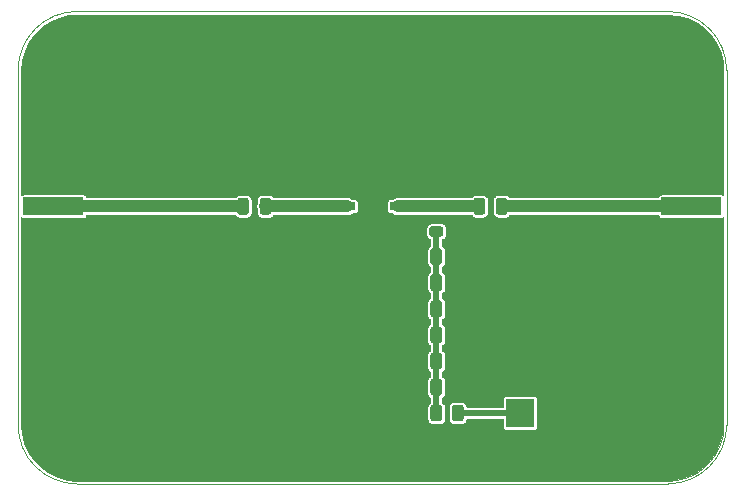
<source format=gbr>
%TF.GenerationSoftware,KiCad,Pcbnew,(5.1.8)-1*%
%TF.CreationDate,2021-02-01T22:12:43+01:00*%
%TF.ProjectId,nlb-variant,6e6c622d-7661-4726-9961-6e742e6b6963,rev?*%
%TF.SameCoordinates,Original*%
%TF.FileFunction,Copper,L1,Top*%
%TF.FilePolarity,Positive*%
%FSLAX46Y46*%
G04 Gerber Fmt 4.6, Leading zero omitted, Abs format (unit mm)*
G04 Created by KiCad (PCBNEW (5.1.8)-1) date 2021-02-01 22:12:43*
%MOMM*%
%LPD*%
G01*
G04 APERTURE LIST*
%TA.AperFunction,Profile*%
%ADD10C,0.050000*%
%TD*%
%TA.AperFunction,SMDPad,CuDef*%
%ADD11R,5.080000X1.500000*%
%TD*%
%TA.AperFunction,ComponentPad*%
%ADD12R,2.400000X2.400000*%
%TD*%
%TA.AperFunction,ComponentPad*%
%ADD13C,2.400000*%
%TD*%
%TA.AperFunction,ComponentPad*%
%ADD14C,0.800000*%
%TD*%
%TA.AperFunction,ComponentPad*%
%ADD15C,6.400000*%
%TD*%
%TA.AperFunction,SMDPad,CuDef*%
%ADD16C,0.100000*%
%TD*%
%TA.AperFunction,Conductor*%
%ADD17C,0.525491*%
%TD*%
%TA.AperFunction,Conductor*%
%ADD18C,1.045160*%
%TD*%
%TA.AperFunction,Conductor*%
%ADD19C,0.100000*%
%TD*%
G04 APERTURE END LIST*
D10*
X105000000Y-90000000D02*
G75*
G02*
X100000000Y-85000000I0J5000000D01*
G01*
X160000000Y-85000000D02*
G75*
G02*
X155000000Y-90000000I-5000000J0D01*
G01*
X155000000Y-50000000D02*
G75*
G02*
X160000000Y-55000000I0J-5000000D01*
G01*
X100000000Y-55000000D02*
G75*
G02*
X105000000Y-50000000I5000000J0D01*
G01*
X100000000Y-85000000D02*
X100000000Y-55000000D01*
X155000000Y-90000000D02*
X105000000Y-90000000D01*
X160000000Y-55000000D02*
X160000000Y-85000000D01*
X105000000Y-50000000D02*
X155000000Y-50000000D01*
D11*
%TO.P,J3,1*%
%TO.N,Net-(C8-Pad2)*%
X157000000Y-66500000D03*
%TO.P,J3,2*%
%TO.N,GND*%
X157000000Y-62250000D03*
X157000000Y-70750000D03*
%TD*%
%TO.P,J2,1*%
%TO.N,Net-(C7-Pad1)*%
X103000000Y-66500000D03*
%TO.P,J2,2*%
%TO.N,GND*%
X103000000Y-70750000D03*
X103000000Y-62250000D03*
%TD*%
%TO.P,C1,1*%
%TO.N,Net-(C1-Pad1)*%
%TA.AperFunction,SMDPad,CuDef*%
G36*
G01*
X135900000Y-81341665D02*
X135900000Y-82291665D01*
G75*
G02*
X135650000Y-82541665I-250000J0D01*
G01*
X135150000Y-82541665D01*
G75*
G02*
X134900000Y-82291665I0J250000D01*
G01*
X134900000Y-81341665D01*
G75*
G02*
X135150000Y-81091665I250000J0D01*
G01*
X135650000Y-81091665D01*
G75*
G02*
X135900000Y-81341665I0J-250000D01*
G01*
G37*
%TD.AperFunction*%
%TO.P,C1,2*%
%TO.N,GND*%
%TA.AperFunction,SMDPad,CuDef*%
G36*
G01*
X134000000Y-81341665D02*
X134000000Y-82291665D01*
G75*
G02*
X133750000Y-82541665I-250000J0D01*
G01*
X133250000Y-82541665D01*
G75*
G02*
X133000000Y-82291665I0J250000D01*
G01*
X133000000Y-81341665D01*
G75*
G02*
X133250000Y-81091665I250000J0D01*
G01*
X133750000Y-81091665D01*
G75*
G02*
X134000000Y-81341665I0J-250000D01*
G01*
G37*
%TD.AperFunction*%
%TD*%
%TO.P,C2,2*%
%TO.N,GND*%
%TA.AperFunction,SMDPad,CuDef*%
G36*
G01*
X134000000Y-79128332D02*
X134000000Y-80078332D01*
G75*
G02*
X133750000Y-80328332I-250000J0D01*
G01*
X133250000Y-80328332D01*
G75*
G02*
X133000000Y-80078332I0J250000D01*
G01*
X133000000Y-79128332D01*
G75*
G02*
X133250000Y-78878332I250000J0D01*
G01*
X133750000Y-78878332D01*
G75*
G02*
X134000000Y-79128332I0J-250000D01*
G01*
G37*
%TD.AperFunction*%
%TO.P,C2,1*%
%TO.N,Net-(C1-Pad1)*%
%TA.AperFunction,SMDPad,CuDef*%
G36*
G01*
X135900000Y-79128332D02*
X135900000Y-80078332D01*
G75*
G02*
X135650000Y-80328332I-250000J0D01*
G01*
X135150000Y-80328332D01*
G75*
G02*
X134900000Y-80078332I0J250000D01*
G01*
X134900000Y-79128332D01*
G75*
G02*
X135150000Y-78878332I250000J0D01*
G01*
X135650000Y-78878332D01*
G75*
G02*
X135900000Y-79128332I0J-250000D01*
G01*
G37*
%TD.AperFunction*%
%TD*%
%TO.P,C3,1*%
%TO.N,Net-(C1-Pad1)*%
%TA.AperFunction,SMDPad,CuDef*%
G36*
G01*
X135900000Y-76914999D02*
X135900000Y-77864999D01*
G75*
G02*
X135650000Y-78114999I-250000J0D01*
G01*
X135150000Y-78114999D01*
G75*
G02*
X134900000Y-77864999I0J250000D01*
G01*
X134900000Y-76914999D01*
G75*
G02*
X135150000Y-76664999I250000J0D01*
G01*
X135650000Y-76664999D01*
G75*
G02*
X135900000Y-76914999I0J-250000D01*
G01*
G37*
%TD.AperFunction*%
%TO.P,C3,2*%
%TO.N,GND*%
%TA.AperFunction,SMDPad,CuDef*%
G36*
G01*
X134000000Y-76914999D02*
X134000000Y-77864999D01*
G75*
G02*
X133750000Y-78114999I-250000J0D01*
G01*
X133250000Y-78114999D01*
G75*
G02*
X133000000Y-77864999I0J250000D01*
G01*
X133000000Y-76914999D01*
G75*
G02*
X133250000Y-76664999I250000J0D01*
G01*
X133750000Y-76664999D01*
G75*
G02*
X134000000Y-76914999I0J-250000D01*
G01*
G37*
%TD.AperFunction*%
%TD*%
%TO.P,C4,2*%
%TO.N,GND*%
%TA.AperFunction,SMDPad,CuDef*%
G36*
G01*
X134000000Y-74701666D02*
X134000000Y-75651666D01*
G75*
G02*
X133750000Y-75901666I-250000J0D01*
G01*
X133250000Y-75901666D01*
G75*
G02*
X133000000Y-75651666I0J250000D01*
G01*
X133000000Y-74701666D01*
G75*
G02*
X133250000Y-74451666I250000J0D01*
G01*
X133750000Y-74451666D01*
G75*
G02*
X134000000Y-74701666I0J-250000D01*
G01*
G37*
%TD.AperFunction*%
%TO.P,C4,1*%
%TO.N,Net-(C1-Pad1)*%
%TA.AperFunction,SMDPad,CuDef*%
G36*
G01*
X135900000Y-74701666D02*
X135900000Y-75651666D01*
G75*
G02*
X135650000Y-75901666I-250000J0D01*
G01*
X135150000Y-75901666D01*
G75*
G02*
X134900000Y-75651666I0J250000D01*
G01*
X134900000Y-74701666D01*
G75*
G02*
X135150000Y-74451666I250000J0D01*
G01*
X135650000Y-74451666D01*
G75*
G02*
X135900000Y-74701666I0J-250000D01*
G01*
G37*
%TD.AperFunction*%
%TD*%
%TO.P,C5,1*%
%TO.N,Net-(C1-Pad1)*%
%TA.AperFunction,SMDPad,CuDef*%
G36*
G01*
X135900000Y-72488333D02*
X135900000Y-73438333D01*
G75*
G02*
X135650000Y-73688333I-250000J0D01*
G01*
X135150000Y-73688333D01*
G75*
G02*
X134900000Y-73438333I0J250000D01*
G01*
X134900000Y-72488333D01*
G75*
G02*
X135150000Y-72238333I250000J0D01*
G01*
X135650000Y-72238333D01*
G75*
G02*
X135900000Y-72488333I0J-250000D01*
G01*
G37*
%TD.AperFunction*%
%TO.P,C5,2*%
%TO.N,GND*%
%TA.AperFunction,SMDPad,CuDef*%
G36*
G01*
X134000000Y-72488333D02*
X134000000Y-73438333D01*
G75*
G02*
X133750000Y-73688333I-250000J0D01*
G01*
X133250000Y-73688333D01*
G75*
G02*
X133000000Y-73438333I0J250000D01*
G01*
X133000000Y-72488333D01*
G75*
G02*
X133250000Y-72238333I250000J0D01*
G01*
X133750000Y-72238333D01*
G75*
G02*
X134000000Y-72488333I0J-250000D01*
G01*
G37*
%TD.AperFunction*%
%TD*%
%TO.P,C6,2*%
%TO.N,GND*%
%TA.AperFunction,SMDPad,CuDef*%
G36*
G01*
X134000000Y-70275000D02*
X134000000Y-71225000D01*
G75*
G02*
X133750000Y-71475000I-250000J0D01*
G01*
X133250000Y-71475000D01*
G75*
G02*
X133000000Y-71225000I0J250000D01*
G01*
X133000000Y-70275000D01*
G75*
G02*
X133250000Y-70025000I250000J0D01*
G01*
X133750000Y-70025000D01*
G75*
G02*
X134000000Y-70275000I0J-250000D01*
G01*
G37*
%TD.AperFunction*%
%TO.P,C6,1*%
%TO.N,Net-(C1-Pad1)*%
%TA.AperFunction,SMDPad,CuDef*%
G36*
G01*
X135900000Y-70275000D02*
X135900000Y-71225000D01*
G75*
G02*
X135650000Y-71475000I-250000J0D01*
G01*
X135150000Y-71475000D01*
G75*
G02*
X134900000Y-71225000I0J250000D01*
G01*
X134900000Y-70275000D01*
G75*
G02*
X135150000Y-70025000I250000J0D01*
G01*
X135650000Y-70025000D01*
G75*
G02*
X135900000Y-70275000I0J-250000D01*
G01*
G37*
%TD.AperFunction*%
%TD*%
%TO.P,C7,1*%
%TO.N,Net-(C7-Pad1)*%
%TA.AperFunction,SMDPad,CuDef*%
G36*
G01*
X118550000Y-66975000D02*
X118550000Y-66025000D01*
G75*
G02*
X118800000Y-65775000I250000J0D01*
G01*
X119300000Y-65775000D01*
G75*
G02*
X119550000Y-66025000I0J-250000D01*
G01*
X119550000Y-66975000D01*
G75*
G02*
X119300000Y-67225000I-250000J0D01*
G01*
X118800000Y-67225000D01*
G75*
G02*
X118550000Y-66975000I0J250000D01*
G01*
G37*
%TD.AperFunction*%
%TO.P,C7,2*%
%TO.N,Net-(C7-Pad2)*%
%TA.AperFunction,SMDPad,CuDef*%
G36*
G01*
X120450000Y-66975000D02*
X120450000Y-66025000D01*
G75*
G02*
X120700000Y-65775000I250000J0D01*
G01*
X121200000Y-65775000D01*
G75*
G02*
X121450000Y-66025000I0J-250000D01*
G01*
X121450000Y-66975000D01*
G75*
G02*
X121200000Y-67225000I-250000J0D01*
G01*
X120700000Y-67225000D01*
G75*
G02*
X120450000Y-66975000I0J250000D01*
G01*
G37*
%TD.AperFunction*%
%TD*%
%TO.P,C8,2*%
%TO.N,Net-(C8-Pad2)*%
%TA.AperFunction,SMDPad,CuDef*%
G36*
G01*
X140450000Y-66975000D02*
X140450000Y-66025000D01*
G75*
G02*
X140700000Y-65775000I250000J0D01*
G01*
X141200000Y-65775000D01*
G75*
G02*
X141450000Y-66025000I0J-250000D01*
G01*
X141450000Y-66975000D01*
G75*
G02*
X141200000Y-67225000I-250000J0D01*
G01*
X140700000Y-67225000D01*
G75*
G02*
X140450000Y-66975000I0J250000D01*
G01*
G37*
%TD.AperFunction*%
%TO.P,C8,1*%
%TO.N,Net-(C8-Pad1)*%
%TA.AperFunction,SMDPad,CuDef*%
G36*
G01*
X138550000Y-66975000D02*
X138550000Y-66025000D01*
G75*
G02*
X138800000Y-65775000I250000J0D01*
G01*
X139300000Y-65775000D01*
G75*
G02*
X139550000Y-66025000I0J-250000D01*
G01*
X139550000Y-66975000D01*
G75*
G02*
X139300000Y-67225000I-250000J0D01*
G01*
X138800000Y-67225000D01*
G75*
G02*
X138550000Y-66975000I0J250000D01*
G01*
G37*
%TD.AperFunction*%
%TD*%
D12*
%TO.P,J1,1*%
%TO.N,+5V*%
X142500000Y-84000000D03*
D13*
%TO.P,J1,2*%
%TO.N,GND*%
X146000000Y-84000000D03*
%TD*%
%TO.P,L1,1*%
%TO.N,Net-(C1-Pad1)*%
%TA.AperFunction,SMDPad,CuDef*%
G36*
G01*
X135781250Y-69062500D02*
X135018750Y-69062500D01*
G75*
G02*
X134800000Y-68843750I0J218750D01*
G01*
X134800000Y-68406250D01*
G75*
G02*
X135018750Y-68187500I218750J0D01*
G01*
X135781250Y-68187500D01*
G75*
G02*
X136000000Y-68406250I0J-218750D01*
G01*
X136000000Y-68843750D01*
G75*
G02*
X135781250Y-69062500I-218750J0D01*
G01*
G37*
%TD.AperFunction*%
%TO.P,L1,2*%
%TO.N,Net-(C8-Pad1)*%
%TA.AperFunction,SMDPad,CuDef*%
G36*
G01*
X135781250Y-66937500D02*
X135018750Y-66937500D01*
G75*
G02*
X134800000Y-66718750I0J218750D01*
G01*
X134800000Y-66281250D01*
G75*
G02*
X135018750Y-66062500I218750J0D01*
G01*
X135781250Y-66062500D01*
G75*
G02*
X136000000Y-66281250I0J-218750D01*
G01*
X136000000Y-66718750D01*
G75*
G02*
X135781250Y-66937500I-218750J0D01*
G01*
G37*
%TD.AperFunction*%
%TD*%
D14*
%TO.P,H1,1*%
%TO.N,GND*%
X107697056Y-54302944D03*
X106000000Y-53600000D03*
X104302944Y-54302944D03*
X103600000Y-56000000D03*
X104302944Y-57697056D03*
X106000000Y-58400000D03*
X107697056Y-57697056D03*
X108400000Y-56000000D03*
D15*
X106000000Y-56000000D03*
%TD*%
%TO.P,H2,1*%
%TO.N,GND*%
X154000000Y-56000000D03*
D14*
X156400000Y-56000000D03*
X155697056Y-57697056D03*
X154000000Y-58400000D03*
X152302944Y-57697056D03*
X151600000Y-56000000D03*
X152302944Y-54302944D03*
X154000000Y-53600000D03*
X155697056Y-54302944D03*
%TD*%
%TO.P,H3,1*%
%TO.N,GND*%
X107697056Y-82302944D03*
X106000000Y-81600000D03*
X104302944Y-82302944D03*
X103600000Y-84000000D03*
X104302944Y-85697056D03*
X106000000Y-86400000D03*
X107697056Y-85697056D03*
X108400000Y-84000000D03*
D15*
X106000000Y-84000000D03*
%TD*%
%TO.P,H4,1*%
%TO.N,GND*%
X154000000Y-84000000D03*
D14*
X156400000Y-84000000D03*
X155697056Y-85697056D03*
X154000000Y-86400000D03*
X152302944Y-85697056D03*
X151600000Y-84000000D03*
X152302944Y-82302944D03*
X154000000Y-81600000D03*
X155697056Y-82302944D03*
%TD*%
%TO.P,R1,1*%
%TO.N,+5V*%
%TA.AperFunction,SMDPad,CuDef*%
G36*
G01*
X137737500Y-83549999D02*
X137737500Y-84450001D01*
G75*
G02*
X137487501Y-84700000I-249999J0D01*
G01*
X136962499Y-84700000D01*
G75*
G02*
X136712500Y-84450001I0J249999D01*
G01*
X136712500Y-83549999D01*
G75*
G02*
X136962499Y-83300000I249999J0D01*
G01*
X137487501Y-83300000D01*
G75*
G02*
X137737500Y-83549999I0J-249999D01*
G01*
G37*
%TD.AperFunction*%
%TO.P,R1,2*%
%TO.N,Net-(C1-Pad1)*%
%TA.AperFunction,SMDPad,CuDef*%
G36*
G01*
X135912500Y-83549999D02*
X135912500Y-84450001D01*
G75*
G02*
X135662501Y-84700000I-249999J0D01*
G01*
X135137499Y-84700000D01*
G75*
G02*
X134887500Y-84450001I0J249999D01*
G01*
X134887500Y-83549999D01*
G75*
G02*
X135137499Y-83300000I249999J0D01*
G01*
X135662501Y-83300000D01*
G75*
G02*
X135912500Y-83549999I0J-249999D01*
G01*
G37*
%TD.AperFunction*%
%TD*%
%TA.AperFunction,SMDPad,CuDef*%
D16*
%TO.P,U1,1*%
%TO.N,Net-(C7-Pad2)*%
G36*
X128500000Y-66150000D02*
G01*
X128500000Y-66850000D01*
X127200000Y-66850000D01*
X127200000Y-66150000D01*
X128500000Y-66150000D01*
G37*
%TD.AperFunction*%
%TA.AperFunction,SMDPad,CuDef*%
%TO.P,U1,3*%
%TO.N,Net-(C8-Pad1)*%
G36*
X132800000Y-66150000D02*
G01*
X132800000Y-66850000D01*
X131500000Y-66850000D01*
X131500000Y-66150000D01*
X132800000Y-66150000D01*
G37*
%TD.AperFunction*%
%TA.AperFunction,SMDPad,CuDef*%
%TO.P,U1,2*%
%TO.N,GND*%
G36*
X130600000Y-68000000D02*
G01*
X130600000Y-69400000D01*
X129400000Y-69400000D01*
X129400000Y-68000000D01*
X130600000Y-68000000D01*
G37*
%TD.AperFunction*%
%TA.AperFunction,SMDPad,CuDef*%
%TO.P,U1,4*%
G36*
X130600000Y-63600000D02*
G01*
X130600000Y-65000000D01*
X129400000Y-65000000D01*
X129400000Y-63600000D01*
X130600000Y-63600000D01*
G37*
%TD.AperFunction*%
%TD*%
D17*
%TO.N,+5V*%
X142500000Y-84000000D02*
X137225000Y-84000000D01*
D18*
%TO.N,Net-(C7-Pad1)*%
X119050000Y-66500000D02*
X103000000Y-66500000D01*
%TO.N,Net-(C7-Pad2)*%
X120950000Y-66500000D02*
X127850000Y-66500000D01*
%TO.N,Net-(C8-Pad2)*%
X140950000Y-66500000D02*
X157000000Y-66500000D01*
%TO.N,Net-(C8-Pad1)*%
X132150000Y-66500000D02*
X139050000Y-66500000D01*
D17*
%TO.N,Net-(C1-Pad1)*%
X135400000Y-68625000D02*
X135400000Y-84000000D01*
%TD*%
D19*
%TO.N,GND*%
X155836532Y-50350751D02*
X156646620Y-50572367D01*
X157404665Y-50933935D01*
X158086698Y-51424026D01*
X158671164Y-52027148D01*
X159139590Y-52724240D01*
X159477168Y-53493261D01*
X159673740Y-54312038D01*
X159725000Y-55010078D01*
X159725000Y-65581347D01*
X159717632Y-65572368D01*
X159679564Y-65541127D01*
X159636134Y-65517913D01*
X159589008Y-65503618D01*
X159540000Y-65498791D01*
X154460000Y-65498791D01*
X154410992Y-65503618D01*
X154363866Y-65517913D01*
X154320436Y-65541127D01*
X154282368Y-65572368D01*
X154251127Y-65610436D01*
X154227913Y-65653866D01*
X154213618Y-65700992D01*
X154211015Y-65727420D01*
X141601046Y-65727420D01*
X141554408Y-65670592D01*
X141478457Y-65608260D01*
X141391804Y-65561943D01*
X141297781Y-65533422D01*
X141200000Y-65523791D01*
X140700000Y-65523791D01*
X140602219Y-65533422D01*
X140508196Y-65561943D01*
X140421543Y-65608260D01*
X140345592Y-65670592D01*
X140283260Y-65746543D01*
X140236943Y-65833196D01*
X140208422Y-65927219D01*
X140198791Y-66025000D01*
X140198791Y-66314949D01*
X140188599Y-66348548D01*
X140173682Y-66500000D01*
X140188599Y-66651452D01*
X140198791Y-66685051D01*
X140198791Y-66975000D01*
X140208422Y-67072781D01*
X140236943Y-67166804D01*
X140283260Y-67253457D01*
X140345592Y-67329408D01*
X140421543Y-67391740D01*
X140508196Y-67438057D01*
X140602219Y-67466578D01*
X140700000Y-67476209D01*
X141200000Y-67476209D01*
X141297781Y-67466578D01*
X141391804Y-67438057D01*
X141478457Y-67391740D01*
X141554408Y-67329408D01*
X141601046Y-67272580D01*
X154211015Y-67272580D01*
X154213618Y-67299008D01*
X154227913Y-67346134D01*
X154251127Y-67389564D01*
X154282368Y-67427632D01*
X154320436Y-67458873D01*
X154363866Y-67482087D01*
X154410992Y-67496382D01*
X154460000Y-67501209D01*
X159540000Y-67501209D01*
X159589008Y-67496382D01*
X159636134Y-67482087D01*
X159679564Y-67458873D01*
X159717632Y-67427632D01*
X159725000Y-67418653D01*
X159725001Y-84987745D01*
X159649249Y-85836532D01*
X159427633Y-86646621D01*
X159066065Y-87404665D01*
X158575974Y-88086698D01*
X157972853Y-88671164D01*
X157275756Y-89139592D01*
X156506736Y-89477169D01*
X155687967Y-89673738D01*
X154989923Y-89725000D01*
X105012244Y-89725000D01*
X104163468Y-89649249D01*
X103353379Y-89427633D01*
X102595335Y-89066065D01*
X101913302Y-88575974D01*
X101328836Y-87972853D01*
X100860408Y-87275756D01*
X100522831Y-86506736D01*
X100326262Y-85687967D01*
X100275000Y-84989923D01*
X100275000Y-68406250D01*
X134548791Y-68406250D01*
X134548791Y-68843750D01*
X134557821Y-68935434D01*
X134584564Y-69023596D01*
X134627993Y-69104845D01*
X134686439Y-69176061D01*
X134757655Y-69234507D01*
X134838904Y-69277936D01*
X134887255Y-69292603D01*
X134887255Y-69849862D01*
X134871543Y-69858260D01*
X134795592Y-69920592D01*
X134733260Y-69996543D01*
X134686943Y-70083196D01*
X134658422Y-70177219D01*
X134648791Y-70275000D01*
X134648791Y-71225000D01*
X134658422Y-71322781D01*
X134686943Y-71416804D01*
X134733260Y-71503457D01*
X134795592Y-71579408D01*
X134871543Y-71641740D01*
X134887255Y-71650138D01*
X134887255Y-72063195D01*
X134871543Y-72071593D01*
X134795592Y-72133925D01*
X134733260Y-72209876D01*
X134686943Y-72296529D01*
X134658422Y-72390552D01*
X134648791Y-72488333D01*
X134648791Y-73438333D01*
X134658422Y-73536114D01*
X134686943Y-73630137D01*
X134733260Y-73716790D01*
X134795592Y-73792741D01*
X134871543Y-73855073D01*
X134887255Y-73863471D01*
X134887255Y-74276528D01*
X134871543Y-74284926D01*
X134795592Y-74347258D01*
X134733260Y-74423209D01*
X134686943Y-74509862D01*
X134658422Y-74603885D01*
X134648791Y-74701666D01*
X134648791Y-75651666D01*
X134658422Y-75749447D01*
X134686943Y-75843470D01*
X134733260Y-75930123D01*
X134795592Y-76006074D01*
X134871543Y-76068406D01*
X134887255Y-76076804D01*
X134887256Y-76489860D01*
X134871543Y-76498259D01*
X134795592Y-76560591D01*
X134733260Y-76636542D01*
X134686943Y-76723195D01*
X134658422Y-76817218D01*
X134648791Y-76914999D01*
X134648791Y-77864999D01*
X134658422Y-77962780D01*
X134686943Y-78056803D01*
X134733260Y-78143456D01*
X134795592Y-78219407D01*
X134871543Y-78281739D01*
X134887256Y-78290138D01*
X134887256Y-78703193D01*
X134871543Y-78711592D01*
X134795592Y-78773924D01*
X134733260Y-78849875D01*
X134686943Y-78936528D01*
X134658422Y-79030551D01*
X134648791Y-79128332D01*
X134648791Y-80078332D01*
X134658422Y-80176113D01*
X134686943Y-80270136D01*
X134733260Y-80356789D01*
X134795592Y-80432740D01*
X134871543Y-80495072D01*
X134887256Y-80503471D01*
X134887256Y-80916526D01*
X134871543Y-80924925D01*
X134795592Y-80987257D01*
X134733260Y-81063208D01*
X134686943Y-81149861D01*
X134658422Y-81243884D01*
X134648791Y-81341665D01*
X134648791Y-82291665D01*
X134658422Y-82389446D01*
X134686943Y-82483469D01*
X134733260Y-82570122D01*
X134795592Y-82646073D01*
X134871543Y-82708405D01*
X134887256Y-82716804D01*
X134887256Y-83118180D01*
X134859043Y-83133260D01*
X134783091Y-83195591D01*
X134720760Y-83271543D01*
X134674443Y-83358195D01*
X134645922Y-83452218D01*
X134636291Y-83549999D01*
X134636291Y-84450001D01*
X134645922Y-84547782D01*
X134674443Y-84641805D01*
X134720760Y-84728457D01*
X134783091Y-84804409D01*
X134859043Y-84866740D01*
X134945695Y-84913057D01*
X135039718Y-84941578D01*
X135137499Y-84951209D01*
X135662501Y-84951209D01*
X135760282Y-84941578D01*
X135854305Y-84913057D01*
X135940957Y-84866740D01*
X136016909Y-84804409D01*
X136079240Y-84728457D01*
X136125557Y-84641805D01*
X136154078Y-84547782D01*
X136163709Y-84450001D01*
X136163709Y-83549999D01*
X136461291Y-83549999D01*
X136461291Y-84450001D01*
X136470922Y-84547782D01*
X136499443Y-84641805D01*
X136545760Y-84728457D01*
X136608091Y-84804409D01*
X136684043Y-84866740D01*
X136770695Y-84913057D01*
X136864718Y-84941578D01*
X136962499Y-84951209D01*
X137487501Y-84951209D01*
X137585282Y-84941578D01*
X137679305Y-84913057D01*
X137765957Y-84866740D01*
X137841909Y-84804409D01*
X137904240Y-84728457D01*
X137950557Y-84641805D01*
X137979078Y-84547782D01*
X137982529Y-84512745D01*
X141048791Y-84512745D01*
X141048791Y-85200000D01*
X141053618Y-85249008D01*
X141067913Y-85296134D01*
X141091127Y-85339564D01*
X141122368Y-85377632D01*
X141160436Y-85408873D01*
X141203866Y-85432087D01*
X141250992Y-85446382D01*
X141300000Y-85451209D01*
X143700000Y-85451209D01*
X143749008Y-85446382D01*
X143796134Y-85432087D01*
X143839564Y-85408873D01*
X143877632Y-85377632D01*
X143908873Y-85339564D01*
X143932087Y-85296134D01*
X143946382Y-85249008D01*
X143951209Y-85200000D01*
X143951209Y-82800000D01*
X143946382Y-82750992D01*
X143932087Y-82703866D01*
X143908873Y-82660436D01*
X143877632Y-82622368D01*
X143839564Y-82591127D01*
X143796134Y-82567913D01*
X143749008Y-82553618D01*
X143700000Y-82548791D01*
X141300000Y-82548791D01*
X141250992Y-82553618D01*
X141203866Y-82567913D01*
X141160436Y-82591127D01*
X141122368Y-82622368D01*
X141091127Y-82660436D01*
X141067913Y-82703866D01*
X141053618Y-82750992D01*
X141048791Y-82800000D01*
X141048791Y-83487255D01*
X137982529Y-83487255D01*
X137979078Y-83452218D01*
X137950557Y-83358195D01*
X137904240Y-83271543D01*
X137841909Y-83195591D01*
X137765957Y-83133260D01*
X137679305Y-83086943D01*
X137585282Y-83058422D01*
X137487501Y-83048791D01*
X136962499Y-83048791D01*
X136864718Y-83058422D01*
X136770695Y-83086943D01*
X136684043Y-83133260D01*
X136608091Y-83195591D01*
X136545760Y-83271543D01*
X136499443Y-83358195D01*
X136470922Y-83452218D01*
X136461291Y-83549999D01*
X136163709Y-83549999D01*
X136154078Y-83452218D01*
X136125557Y-83358195D01*
X136079240Y-83271543D01*
X136016909Y-83195591D01*
X135940957Y-83133260D01*
X135912745Y-83118180D01*
X135912745Y-82716803D01*
X135928457Y-82708405D01*
X136004408Y-82646073D01*
X136066740Y-82570122D01*
X136113057Y-82483469D01*
X136141578Y-82389446D01*
X136151209Y-82291665D01*
X136151209Y-81341665D01*
X136141578Y-81243884D01*
X136113057Y-81149861D01*
X136066740Y-81063208D01*
X136004408Y-80987257D01*
X135928457Y-80924925D01*
X135912745Y-80916527D01*
X135912745Y-80503470D01*
X135928457Y-80495072D01*
X136004408Y-80432740D01*
X136066740Y-80356789D01*
X136113057Y-80270136D01*
X136141578Y-80176113D01*
X136151209Y-80078332D01*
X136151209Y-79128332D01*
X136141578Y-79030551D01*
X136113057Y-78936528D01*
X136066740Y-78849875D01*
X136004408Y-78773924D01*
X135928457Y-78711592D01*
X135912745Y-78703194D01*
X135912745Y-78290137D01*
X135928457Y-78281739D01*
X136004408Y-78219407D01*
X136066740Y-78143456D01*
X136113057Y-78056803D01*
X136141578Y-77962780D01*
X136151209Y-77864999D01*
X136151209Y-76914999D01*
X136141578Y-76817218D01*
X136113057Y-76723195D01*
X136066740Y-76636542D01*
X136004408Y-76560591D01*
X135928457Y-76498259D01*
X135912745Y-76489861D01*
X135912745Y-76076804D01*
X135928457Y-76068406D01*
X136004408Y-76006074D01*
X136066740Y-75930123D01*
X136113057Y-75843470D01*
X136141578Y-75749447D01*
X136151209Y-75651666D01*
X136151209Y-74701666D01*
X136141578Y-74603885D01*
X136113057Y-74509862D01*
X136066740Y-74423209D01*
X136004408Y-74347258D01*
X135928457Y-74284926D01*
X135912745Y-74276528D01*
X135912745Y-73863471D01*
X135928457Y-73855073D01*
X136004408Y-73792741D01*
X136066740Y-73716790D01*
X136113057Y-73630137D01*
X136141578Y-73536114D01*
X136151209Y-73438333D01*
X136151209Y-72488333D01*
X136141578Y-72390552D01*
X136113057Y-72296529D01*
X136066740Y-72209876D01*
X136004408Y-72133925D01*
X135928457Y-72071593D01*
X135912745Y-72063195D01*
X135912745Y-71650138D01*
X135928457Y-71641740D01*
X136004408Y-71579408D01*
X136066740Y-71503457D01*
X136113057Y-71416804D01*
X136141578Y-71322781D01*
X136151209Y-71225000D01*
X136151209Y-70275000D01*
X136141578Y-70177219D01*
X136113057Y-70083196D01*
X136066740Y-69996543D01*
X136004408Y-69920592D01*
X135928457Y-69858260D01*
X135912745Y-69849862D01*
X135912745Y-69292603D01*
X135961096Y-69277936D01*
X136042345Y-69234507D01*
X136113561Y-69176061D01*
X136172007Y-69104845D01*
X136215436Y-69023596D01*
X136242179Y-68935434D01*
X136251209Y-68843750D01*
X136251209Y-68406250D01*
X136242179Y-68314566D01*
X136215436Y-68226404D01*
X136172007Y-68145155D01*
X136113561Y-68073939D01*
X136042345Y-68015493D01*
X135961096Y-67972064D01*
X135872934Y-67945321D01*
X135781250Y-67936291D01*
X135018750Y-67936291D01*
X134927066Y-67945321D01*
X134838904Y-67972064D01*
X134757655Y-68015493D01*
X134686439Y-68073939D01*
X134627993Y-68145155D01*
X134584564Y-68226404D01*
X134557821Y-68314566D01*
X134548791Y-68406250D01*
X100275000Y-68406250D01*
X100275000Y-67418654D01*
X100282368Y-67427632D01*
X100320436Y-67458873D01*
X100363866Y-67482087D01*
X100410992Y-67496382D01*
X100460000Y-67501209D01*
X105540000Y-67501209D01*
X105589008Y-67496382D01*
X105636134Y-67482087D01*
X105679564Y-67458873D01*
X105717632Y-67427632D01*
X105748873Y-67389564D01*
X105772087Y-67346134D01*
X105786382Y-67299008D01*
X105788985Y-67272580D01*
X118398954Y-67272580D01*
X118445592Y-67329408D01*
X118521543Y-67391740D01*
X118608196Y-67438057D01*
X118702219Y-67466578D01*
X118800000Y-67476209D01*
X119300000Y-67476209D01*
X119397781Y-67466578D01*
X119491804Y-67438057D01*
X119578457Y-67391740D01*
X119654408Y-67329408D01*
X119716740Y-67253457D01*
X119763057Y-67166804D01*
X119791578Y-67072781D01*
X119801209Y-66975000D01*
X119801209Y-66685051D01*
X119811401Y-66651452D01*
X119826318Y-66500000D01*
X120173682Y-66500000D01*
X120188599Y-66651452D01*
X120198791Y-66685051D01*
X120198791Y-66975000D01*
X120208422Y-67072781D01*
X120236943Y-67166804D01*
X120283260Y-67253457D01*
X120345592Y-67329408D01*
X120421543Y-67391740D01*
X120508196Y-67438057D01*
X120602219Y-67466578D01*
X120700000Y-67476209D01*
X121200000Y-67476209D01*
X121297781Y-67466578D01*
X121391804Y-67438057D01*
X121478457Y-67391740D01*
X121554408Y-67329408D01*
X121601046Y-67272580D01*
X127887952Y-67272580D01*
X128001452Y-67261401D01*
X128147084Y-67217224D01*
X128281299Y-67145485D01*
X128335250Y-67101209D01*
X128500000Y-67101209D01*
X128549008Y-67096382D01*
X128596134Y-67082087D01*
X128639564Y-67058873D01*
X128677632Y-67027632D01*
X128708873Y-66989564D01*
X128732087Y-66946134D01*
X128746382Y-66899008D01*
X128751209Y-66850000D01*
X128751209Y-66150000D01*
X131248791Y-66150000D01*
X131248791Y-66850000D01*
X131253618Y-66899008D01*
X131267913Y-66946134D01*
X131291127Y-66989564D01*
X131322368Y-67027632D01*
X131360436Y-67058873D01*
X131403866Y-67082087D01*
X131450992Y-67096382D01*
X131500000Y-67101209D01*
X131664750Y-67101209D01*
X131718701Y-67145485D01*
X131852916Y-67217224D01*
X131998548Y-67261401D01*
X132112048Y-67272580D01*
X138398954Y-67272580D01*
X138445592Y-67329408D01*
X138521543Y-67391740D01*
X138608196Y-67438057D01*
X138702219Y-67466578D01*
X138800000Y-67476209D01*
X139300000Y-67476209D01*
X139397781Y-67466578D01*
X139491804Y-67438057D01*
X139578457Y-67391740D01*
X139654408Y-67329408D01*
X139716740Y-67253457D01*
X139763057Y-67166804D01*
X139791578Y-67072781D01*
X139801209Y-66975000D01*
X139801209Y-66685051D01*
X139811401Y-66651452D01*
X139826318Y-66500000D01*
X139811401Y-66348548D01*
X139801209Y-66314949D01*
X139801209Y-66025000D01*
X139791578Y-65927219D01*
X139763057Y-65833196D01*
X139716740Y-65746543D01*
X139654408Y-65670592D01*
X139578457Y-65608260D01*
X139491804Y-65561943D01*
X139397781Y-65533422D01*
X139300000Y-65523791D01*
X138800000Y-65523791D01*
X138702219Y-65533422D01*
X138608196Y-65561943D01*
X138521543Y-65608260D01*
X138445592Y-65670592D01*
X138398954Y-65727420D01*
X132112048Y-65727420D01*
X131998548Y-65738599D01*
X131852916Y-65782776D01*
X131718701Y-65854515D01*
X131664750Y-65898791D01*
X131500000Y-65898791D01*
X131450992Y-65903618D01*
X131403866Y-65917913D01*
X131360436Y-65941127D01*
X131322368Y-65972368D01*
X131291127Y-66010436D01*
X131267913Y-66053866D01*
X131253618Y-66100992D01*
X131248791Y-66150000D01*
X128751209Y-66150000D01*
X128746382Y-66100992D01*
X128732087Y-66053866D01*
X128708873Y-66010436D01*
X128677632Y-65972368D01*
X128639564Y-65941127D01*
X128596134Y-65917913D01*
X128549008Y-65903618D01*
X128500000Y-65898791D01*
X128335250Y-65898791D01*
X128281299Y-65854515D01*
X128147084Y-65782776D01*
X128001452Y-65738599D01*
X127887952Y-65727420D01*
X121601046Y-65727420D01*
X121554408Y-65670592D01*
X121478457Y-65608260D01*
X121391804Y-65561943D01*
X121297781Y-65533422D01*
X121200000Y-65523791D01*
X120700000Y-65523791D01*
X120602219Y-65533422D01*
X120508196Y-65561943D01*
X120421543Y-65608260D01*
X120345592Y-65670592D01*
X120283260Y-65746543D01*
X120236943Y-65833196D01*
X120208422Y-65927219D01*
X120198791Y-66025000D01*
X120198791Y-66314949D01*
X120188599Y-66348548D01*
X120173682Y-66500000D01*
X119826318Y-66500000D01*
X119811401Y-66348548D01*
X119801209Y-66314949D01*
X119801209Y-66025000D01*
X119791578Y-65927219D01*
X119763057Y-65833196D01*
X119716740Y-65746543D01*
X119654408Y-65670592D01*
X119578457Y-65608260D01*
X119491804Y-65561943D01*
X119397781Y-65533422D01*
X119300000Y-65523791D01*
X118800000Y-65523791D01*
X118702219Y-65533422D01*
X118608196Y-65561943D01*
X118521543Y-65608260D01*
X118445592Y-65670592D01*
X118398954Y-65727420D01*
X105788985Y-65727420D01*
X105786382Y-65700992D01*
X105772087Y-65653866D01*
X105748873Y-65610436D01*
X105717632Y-65572368D01*
X105679564Y-65541127D01*
X105636134Y-65517913D01*
X105589008Y-65503618D01*
X105540000Y-65498791D01*
X100460000Y-65498791D01*
X100410992Y-65503618D01*
X100363866Y-65517913D01*
X100320436Y-65541127D01*
X100282368Y-65572368D01*
X100275000Y-65581346D01*
X100275000Y-55012244D01*
X100350751Y-54163468D01*
X100572367Y-53353380D01*
X100933935Y-52595335D01*
X101424026Y-51913302D01*
X102027148Y-51328836D01*
X102724240Y-50860410D01*
X103493261Y-50522832D01*
X104312038Y-50326260D01*
X105010078Y-50275000D01*
X154987756Y-50275000D01*
X155836532Y-50350751D01*
%TA.AperFunction,Conductor*%
G36*
X155836532Y-50350751D02*
G01*
X156646620Y-50572367D01*
X157404665Y-50933935D01*
X158086698Y-51424026D01*
X158671164Y-52027148D01*
X159139590Y-52724240D01*
X159477168Y-53493261D01*
X159673740Y-54312038D01*
X159725000Y-55010078D01*
X159725000Y-65581347D01*
X159717632Y-65572368D01*
X159679564Y-65541127D01*
X159636134Y-65517913D01*
X159589008Y-65503618D01*
X159540000Y-65498791D01*
X154460000Y-65498791D01*
X154410992Y-65503618D01*
X154363866Y-65517913D01*
X154320436Y-65541127D01*
X154282368Y-65572368D01*
X154251127Y-65610436D01*
X154227913Y-65653866D01*
X154213618Y-65700992D01*
X154211015Y-65727420D01*
X141601046Y-65727420D01*
X141554408Y-65670592D01*
X141478457Y-65608260D01*
X141391804Y-65561943D01*
X141297781Y-65533422D01*
X141200000Y-65523791D01*
X140700000Y-65523791D01*
X140602219Y-65533422D01*
X140508196Y-65561943D01*
X140421543Y-65608260D01*
X140345592Y-65670592D01*
X140283260Y-65746543D01*
X140236943Y-65833196D01*
X140208422Y-65927219D01*
X140198791Y-66025000D01*
X140198791Y-66314949D01*
X140188599Y-66348548D01*
X140173682Y-66500000D01*
X140188599Y-66651452D01*
X140198791Y-66685051D01*
X140198791Y-66975000D01*
X140208422Y-67072781D01*
X140236943Y-67166804D01*
X140283260Y-67253457D01*
X140345592Y-67329408D01*
X140421543Y-67391740D01*
X140508196Y-67438057D01*
X140602219Y-67466578D01*
X140700000Y-67476209D01*
X141200000Y-67476209D01*
X141297781Y-67466578D01*
X141391804Y-67438057D01*
X141478457Y-67391740D01*
X141554408Y-67329408D01*
X141601046Y-67272580D01*
X154211015Y-67272580D01*
X154213618Y-67299008D01*
X154227913Y-67346134D01*
X154251127Y-67389564D01*
X154282368Y-67427632D01*
X154320436Y-67458873D01*
X154363866Y-67482087D01*
X154410992Y-67496382D01*
X154460000Y-67501209D01*
X159540000Y-67501209D01*
X159589008Y-67496382D01*
X159636134Y-67482087D01*
X159679564Y-67458873D01*
X159717632Y-67427632D01*
X159725000Y-67418653D01*
X159725001Y-84987745D01*
X159649249Y-85836532D01*
X159427633Y-86646621D01*
X159066065Y-87404665D01*
X158575974Y-88086698D01*
X157972853Y-88671164D01*
X157275756Y-89139592D01*
X156506736Y-89477169D01*
X155687967Y-89673738D01*
X154989923Y-89725000D01*
X105012244Y-89725000D01*
X104163468Y-89649249D01*
X103353379Y-89427633D01*
X102595335Y-89066065D01*
X101913302Y-88575974D01*
X101328836Y-87972853D01*
X100860408Y-87275756D01*
X100522831Y-86506736D01*
X100326262Y-85687967D01*
X100275000Y-84989923D01*
X100275000Y-68406250D01*
X134548791Y-68406250D01*
X134548791Y-68843750D01*
X134557821Y-68935434D01*
X134584564Y-69023596D01*
X134627993Y-69104845D01*
X134686439Y-69176061D01*
X134757655Y-69234507D01*
X134838904Y-69277936D01*
X134887255Y-69292603D01*
X134887255Y-69849862D01*
X134871543Y-69858260D01*
X134795592Y-69920592D01*
X134733260Y-69996543D01*
X134686943Y-70083196D01*
X134658422Y-70177219D01*
X134648791Y-70275000D01*
X134648791Y-71225000D01*
X134658422Y-71322781D01*
X134686943Y-71416804D01*
X134733260Y-71503457D01*
X134795592Y-71579408D01*
X134871543Y-71641740D01*
X134887255Y-71650138D01*
X134887255Y-72063195D01*
X134871543Y-72071593D01*
X134795592Y-72133925D01*
X134733260Y-72209876D01*
X134686943Y-72296529D01*
X134658422Y-72390552D01*
X134648791Y-72488333D01*
X134648791Y-73438333D01*
X134658422Y-73536114D01*
X134686943Y-73630137D01*
X134733260Y-73716790D01*
X134795592Y-73792741D01*
X134871543Y-73855073D01*
X134887255Y-73863471D01*
X134887255Y-74276528D01*
X134871543Y-74284926D01*
X134795592Y-74347258D01*
X134733260Y-74423209D01*
X134686943Y-74509862D01*
X134658422Y-74603885D01*
X134648791Y-74701666D01*
X134648791Y-75651666D01*
X134658422Y-75749447D01*
X134686943Y-75843470D01*
X134733260Y-75930123D01*
X134795592Y-76006074D01*
X134871543Y-76068406D01*
X134887255Y-76076804D01*
X134887256Y-76489860D01*
X134871543Y-76498259D01*
X134795592Y-76560591D01*
X134733260Y-76636542D01*
X134686943Y-76723195D01*
X134658422Y-76817218D01*
X134648791Y-76914999D01*
X134648791Y-77864999D01*
X134658422Y-77962780D01*
X134686943Y-78056803D01*
X134733260Y-78143456D01*
X134795592Y-78219407D01*
X134871543Y-78281739D01*
X134887256Y-78290138D01*
X134887256Y-78703193D01*
X134871543Y-78711592D01*
X134795592Y-78773924D01*
X134733260Y-78849875D01*
X134686943Y-78936528D01*
X134658422Y-79030551D01*
X134648791Y-79128332D01*
X134648791Y-80078332D01*
X134658422Y-80176113D01*
X134686943Y-80270136D01*
X134733260Y-80356789D01*
X134795592Y-80432740D01*
X134871543Y-80495072D01*
X134887256Y-80503471D01*
X134887256Y-80916526D01*
X134871543Y-80924925D01*
X134795592Y-80987257D01*
X134733260Y-81063208D01*
X134686943Y-81149861D01*
X134658422Y-81243884D01*
X134648791Y-81341665D01*
X134648791Y-82291665D01*
X134658422Y-82389446D01*
X134686943Y-82483469D01*
X134733260Y-82570122D01*
X134795592Y-82646073D01*
X134871543Y-82708405D01*
X134887256Y-82716804D01*
X134887256Y-83118180D01*
X134859043Y-83133260D01*
X134783091Y-83195591D01*
X134720760Y-83271543D01*
X134674443Y-83358195D01*
X134645922Y-83452218D01*
X134636291Y-83549999D01*
X134636291Y-84450001D01*
X134645922Y-84547782D01*
X134674443Y-84641805D01*
X134720760Y-84728457D01*
X134783091Y-84804409D01*
X134859043Y-84866740D01*
X134945695Y-84913057D01*
X135039718Y-84941578D01*
X135137499Y-84951209D01*
X135662501Y-84951209D01*
X135760282Y-84941578D01*
X135854305Y-84913057D01*
X135940957Y-84866740D01*
X136016909Y-84804409D01*
X136079240Y-84728457D01*
X136125557Y-84641805D01*
X136154078Y-84547782D01*
X136163709Y-84450001D01*
X136163709Y-83549999D01*
X136461291Y-83549999D01*
X136461291Y-84450001D01*
X136470922Y-84547782D01*
X136499443Y-84641805D01*
X136545760Y-84728457D01*
X136608091Y-84804409D01*
X136684043Y-84866740D01*
X136770695Y-84913057D01*
X136864718Y-84941578D01*
X136962499Y-84951209D01*
X137487501Y-84951209D01*
X137585282Y-84941578D01*
X137679305Y-84913057D01*
X137765957Y-84866740D01*
X137841909Y-84804409D01*
X137904240Y-84728457D01*
X137950557Y-84641805D01*
X137979078Y-84547782D01*
X137982529Y-84512745D01*
X141048791Y-84512745D01*
X141048791Y-85200000D01*
X141053618Y-85249008D01*
X141067913Y-85296134D01*
X141091127Y-85339564D01*
X141122368Y-85377632D01*
X141160436Y-85408873D01*
X141203866Y-85432087D01*
X141250992Y-85446382D01*
X141300000Y-85451209D01*
X143700000Y-85451209D01*
X143749008Y-85446382D01*
X143796134Y-85432087D01*
X143839564Y-85408873D01*
X143877632Y-85377632D01*
X143908873Y-85339564D01*
X143932087Y-85296134D01*
X143946382Y-85249008D01*
X143951209Y-85200000D01*
X143951209Y-82800000D01*
X143946382Y-82750992D01*
X143932087Y-82703866D01*
X143908873Y-82660436D01*
X143877632Y-82622368D01*
X143839564Y-82591127D01*
X143796134Y-82567913D01*
X143749008Y-82553618D01*
X143700000Y-82548791D01*
X141300000Y-82548791D01*
X141250992Y-82553618D01*
X141203866Y-82567913D01*
X141160436Y-82591127D01*
X141122368Y-82622368D01*
X141091127Y-82660436D01*
X141067913Y-82703866D01*
X141053618Y-82750992D01*
X141048791Y-82800000D01*
X141048791Y-83487255D01*
X137982529Y-83487255D01*
X137979078Y-83452218D01*
X137950557Y-83358195D01*
X137904240Y-83271543D01*
X137841909Y-83195591D01*
X137765957Y-83133260D01*
X137679305Y-83086943D01*
X137585282Y-83058422D01*
X137487501Y-83048791D01*
X136962499Y-83048791D01*
X136864718Y-83058422D01*
X136770695Y-83086943D01*
X136684043Y-83133260D01*
X136608091Y-83195591D01*
X136545760Y-83271543D01*
X136499443Y-83358195D01*
X136470922Y-83452218D01*
X136461291Y-83549999D01*
X136163709Y-83549999D01*
X136154078Y-83452218D01*
X136125557Y-83358195D01*
X136079240Y-83271543D01*
X136016909Y-83195591D01*
X135940957Y-83133260D01*
X135912745Y-83118180D01*
X135912745Y-82716803D01*
X135928457Y-82708405D01*
X136004408Y-82646073D01*
X136066740Y-82570122D01*
X136113057Y-82483469D01*
X136141578Y-82389446D01*
X136151209Y-82291665D01*
X136151209Y-81341665D01*
X136141578Y-81243884D01*
X136113057Y-81149861D01*
X136066740Y-81063208D01*
X136004408Y-80987257D01*
X135928457Y-80924925D01*
X135912745Y-80916527D01*
X135912745Y-80503470D01*
X135928457Y-80495072D01*
X136004408Y-80432740D01*
X136066740Y-80356789D01*
X136113057Y-80270136D01*
X136141578Y-80176113D01*
X136151209Y-80078332D01*
X136151209Y-79128332D01*
X136141578Y-79030551D01*
X136113057Y-78936528D01*
X136066740Y-78849875D01*
X136004408Y-78773924D01*
X135928457Y-78711592D01*
X135912745Y-78703194D01*
X135912745Y-78290137D01*
X135928457Y-78281739D01*
X136004408Y-78219407D01*
X136066740Y-78143456D01*
X136113057Y-78056803D01*
X136141578Y-77962780D01*
X136151209Y-77864999D01*
X136151209Y-76914999D01*
X136141578Y-76817218D01*
X136113057Y-76723195D01*
X136066740Y-76636542D01*
X136004408Y-76560591D01*
X135928457Y-76498259D01*
X135912745Y-76489861D01*
X135912745Y-76076804D01*
X135928457Y-76068406D01*
X136004408Y-76006074D01*
X136066740Y-75930123D01*
X136113057Y-75843470D01*
X136141578Y-75749447D01*
X136151209Y-75651666D01*
X136151209Y-74701666D01*
X136141578Y-74603885D01*
X136113057Y-74509862D01*
X136066740Y-74423209D01*
X136004408Y-74347258D01*
X135928457Y-74284926D01*
X135912745Y-74276528D01*
X135912745Y-73863471D01*
X135928457Y-73855073D01*
X136004408Y-73792741D01*
X136066740Y-73716790D01*
X136113057Y-73630137D01*
X136141578Y-73536114D01*
X136151209Y-73438333D01*
X136151209Y-72488333D01*
X136141578Y-72390552D01*
X136113057Y-72296529D01*
X136066740Y-72209876D01*
X136004408Y-72133925D01*
X135928457Y-72071593D01*
X135912745Y-72063195D01*
X135912745Y-71650138D01*
X135928457Y-71641740D01*
X136004408Y-71579408D01*
X136066740Y-71503457D01*
X136113057Y-71416804D01*
X136141578Y-71322781D01*
X136151209Y-71225000D01*
X136151209Y-70275000D01*
X136141578Y-70177219D01*
X136113057Y-70083196D01*
X136066740Y-69996543D01*
X136004408Y-69920592D01*
X135928457Y-69858260D01*
X135912745Y-69849862D01*
X135912745Y-69292603D01*
X135961096Y-69277936D01*
X136042345Y-69234507D01*
X136113561Y-69176061D01*
X136172007Y-69104845D01*
X136215436Y-69023596D01*
X136242179Y-68935434D01*
X136251209Y-68843750D01*
X136251209Y-68406250D01*
X136242179Y-68314566D01*
X136215436Y-68226404D01*
X136172007Y-68145155D01*
X136113561Y-68073939D01*
X136042345Y-68015493D01*
X135961096Y-67972064D01*
X135872934Y-67945321D01*
X135781250Y-67936291D01*
X135018750Y-67936291D01*
X134927066Y-67945321D01*
X134838904Y-67972064D01*
X134757655Y-68015493D01*
X134686439Y-68073939D01*
X134627993Y-68145155D01*
X134584564Y-68226404D01*
X134557821Y-68314566D01*
X134548791Y-68406250D01*
X100275000Y-68406250D01*
X100275000Y-67418654D01*
X100282368Y-67427632D01*
X100320436Y-67458873D01*
X100363866Y-67482087D01*
X100410992Y-67496382D01*
X100460000Y-67501209D01*
X105540000Y-67501209D01*
X105589008Y-67496382D01*
X105636134Y-67482087D01*
X105679564Y-67458873D01*
X105717632Y-67427632D01*
X105748873Y-67389564D01*
X105772087Y-67346134D01*
X105786382Y-67299008D01*
X105788985Y-67272580D01*
X118398954Y-67272580D01*
X118445592Y-67329408D01*
X118521543Y-67391740D01*
X118608196Y-67438057D01*
X118702219Y-67466578D01*
X118800000Y-67476209D01*
X119300000Y-67476209D01*
X119397781Y-67466578D01*
X119491804Y-67438057D01*
X119578457Y-67391740D01*
X119654408Y-67329408D01*
X119716740Y-67253457D01*
X119763057Y-67166804D01*
X119791578Y-67072781D01*
X119801209Y-66975000D01*
X119801209Y-66685051D01*
X119811401Y-66651452D01*
X119826318Y-66500000D01*
X120173682Y-66500000D01*
X120188599Y-66651452D01*
X120198791Y-66685051D01*
X120198791Y-66975000D01*
X120208422Y-67072781D01*
X120236943Y-67166804D01*
X120283260Y-67253457D01*
X120345592Y-67329408D01*
X120421543Y-67391740D01*
X120508196Y-67438057D01*
X120602219Y-67466578D01*
X120700000Y-67476209D01*
X121200000Y-67476209D01*
X121297781Y-67466578D01*
X121391804Y-67438057D01*
X121478457Y-67391740D01*
X121554408Y-67329408D01*
X121601046Y-67272580D01*
X127887952Y-67272580D01*
X128001452Y-67261401D01*
X128147084Y-67217224D01*
X128281299Y-67145485D01*
X128335250Y-67101209D01*
X128500000Y-67101209D01*
X128549008Y-67096382D01*
X128596134Y-67082087D01*
X128639564Y-67058873D01*
X128677632Y-67027632D01*
X128708873Y-66989564D01*
X128732087Y-66946134D01*
X128746382Y-66899008D01*
X128751209Y-66850000D01*
X128751209Y-66150000D01*
X131248791Y-66150000D01*
X131248791Y-66850000D01*
X131253618Y-66899008D01*
X131267913Y-66946134D01*
X131291127Y-66989564D01*
X131322368Y-67027632D01*
X131360436Y-67058873D01*
X131403866Y-67082087D01*
X131450992Y-67096382D01*
X131500000Y-67101209D01*
X131664750Y-67101209D01*
X131718701Y-67145485D01*
X131852916Y-67217224D01*
X131998548Y-67261401D01*
X132112048Y-67272580D01*
X138398954Y-67272580D01*
X138445592Y-67329408D01*
X138521543Y-67391740D01*
X138608196Y-67438057D01*
X138702219Y-67466578D01*
X138800000Y-67476209D01*
X139300000Y-67476209D01*
X139397781Y-67466578D01*
X139491804Y-67438057D01*
X139578457Y-67391740D01*
X139654408Y-67329408D01*
X139716740Y-67253457D01*
X139763057Y-67166804D01*
X139791578Y-67072781D01*
X139801209Y-66975000D01*
X139801209Y-66685051D01*
X139811401Y-66651452D01*
X139826318Y-66500000D01*
X139811401Y-66348548D01*
X139801209Y-66314949D01*
X139801209Y-66025000D01*
X139791578Y-65927219D01*
X139763057Y-65833196D01*
X139716740Y-65746543D01*
X139654408Y-65670592D01*
X139578457Y-65608260D01*
X139491804Y-65561943D01*
X139397781Y-65533422D01*
X139300000Y-65523791D01*
X138800000Y-65523791D01*
X138702219Y-65533422D01*
X138608196Y-65561943D01*
X138521543Y-65608260D01*
X138445592Y-65670592D01*
X138398954Y-65727420D01*
X132112048Y-65727420D01*
X131998548Y-65738599D01*
X131852916Y-65782776D01*
X131718701Y-65854515D01*
X131664750Y-65898791D01*
X131500000Y-65898791D01*
X131450992Y-65903618D01*
X131403866Y-65917913D01*
X131360436Y-65941127D01*
X131322368Y-65972368D01*
X131291127Y-66010436D01*
X131267913Y-66053866D01*
X131253618Y-66100992D01*
X131248791Y-66150000D01*
X128751209Y-66150000D01*
X128746382Y-66100992D01*
X128732087Y-66053866D01*
X128708873Y-66010436D01*
X128677632Y-65972368D01*
X128639564Y-65941127D01*
X128596134Y-65917913D01*
X128549008Y-65903618D01*
X128500000Y-65898791D01*
X128335250Y-65898791D01*
X128281299Y-65854515D01*
X128147084Y-65782776D01*
X128001452Y-65738599D01*
X127887952Y-65727420D01*
X121601046Y-65727420D01*
X121554408Y-65670592D01*
X121478457Y-65608260D01*
X121391804Y-65561943D01*
X121297781Y-65533422D01*
X121200000Y-65523791D01*
X120700000Y-65523791D01*
X120602219Y-65533422D01*
X120508196Y-65561943D01*
X120421543Y-65608260D01*
X120345592Y-65670592D01*
X120283260Y-65746543D01*
X120236943Y-65833196D01*
X120208422Y-65927219D01*
X120198791Y-66025000D01*
X120198791Y-66314949D01*
X120188599Y-66348548D01*
X120173682Y-66500000D01*
X119826318Y-66500000D01*
X119811401Y-66348548D01*
X119801209Y-66314949D01*
X119801209Y-66025000D01*
X119791578Y-65927219D01*
X119763057Y-65833196D01*
X119716740Y-65746543D01*
X119654408Y-65670592D01*
X119578457Y-65608260D01*
X119491804Y-65561943D01*
X119397781Y-65533422D01*
X119300000Y-65523791D01*
X118800000Y-65523791D01*
X118702219Y-65533422D01*
X118608196Y-65561943D01*
X118521543Y-65608260D01*
X118445592Y-65670592D01*
X118398954Y-65727420D01*
X105788985Y-65727420D01*
X105786382Y-65700992D01*
X105772087Y-65653866D01*
X105748873Y-65610436D01*
X105717632Y-65572368D01*
X105679564Y-65541127D01*
X105636134Y-65517913D01*
X105589008Y-65503618D01*
X105540000Y-65498791D01*
X100460000Y-65498791D01*
X100410992Y-65503618D01*
X100363866Y-65517913D01*
X100320436Y-65541127D01*
X100282368Y-65572368D01*
X100275000Y-65581346D01*
X100275000Y-55012244D01*
X100350751Y-54163468D01*
X100572367Y-53353380D01*
X100933935Y-52595335D01*
X101424026Y-51913302D01*
X102027148Y-51328836D01*
X102724240Y-50860410D01*
X103493261Y-50522832D01*
X104312038Y-50326260D01*
X105010078Y-50275000D01*
X154987756Y-50275000D01*
X155836532Y-50350751D01*
G37*
%TD.AperFunction*%
%TD*%
M02*

</source>
